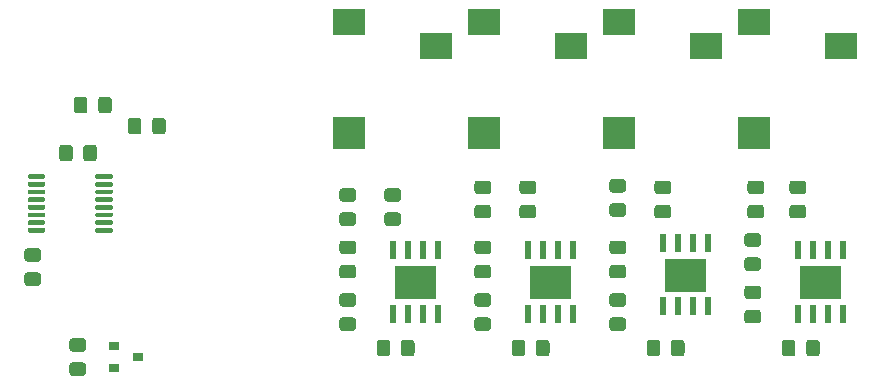
<source format=gbr>
%TF.GenerationSoftware,KiCad,Pcbnew,(5.1.6)-1*%
%TF.CreationDate,2020-09-27T21:03:48-07:00*%
%TF.ProjectId,piezodriver,7069657a-6f64-4726-9976-65722e6b6963,rev?*%
%TF.SameCoordinates,Original*%
%TF.FileFunction,Paste,Top*%
%TF.FilePolarity,Positive*%
%FSLAX46Y46*%
G04 Gerber Fmt 4.6, Leading zero omitted, Abs format (unit mm)*
G04 Created by KiCad (PCBNEW (5.1.6)-1) date 2020-09-27 21:03:48*
%MOMM*%
%LPD*%
G01*
G04 APERTURE LIST*
%ADD10C,0.010000*%
%ADD11R,0.900000X0.800000*%
%ADD12R,2.800000X2.800000*%
%ADD13R,2.800000X2.200000*%
%ADD14R,0.600000X1.550000*%
G04 APERTURE END LIST*
D10*
%TO.C,U6*%
G36*
X244045000Y-81365000D02*
G01*
X244045000Y-78655000D01*
X247445000Y-78655000D01*
X247445000Y-81365000D01*
X244045000Y-81365000D01*
G37*
X244045000Y-81365000D02*
X244045000Y-78655000D01*
X247445000Y-78655000D01*
X247445000Y-81365000D01*
X244045000Y-81365000D01*
%TO.C,U5*%
G36*
X232615000Y-80730000D02*
G01*
X232615000Y-78020000D01*
X236015000Y-78020000D01*
X236015000Y-80730000D01*
X232615000Y-80730000D01*
G37*
X232615000Y-80730000D02*
X232615000Y-78020000D01*
X236015000Y-78020000D01*
X236015000Y-80730000D01*
X232615000Y-80730000D01*
%TO.C,U4*%
G36*
X221185000Y-81365000D02*
G01*
X221185000Y-78655000D01*
X224585000Y-78655000D01*
X224585000Y-81365000D01*
X221185000Y-81365000D01*
G37*
X221185000Y-81365000D02*
X221185000Y-78655000D01*
X224585000Y-78655000D01*
X224585000Y-81365000D01*
X221185000Y-81365000D01*
%TO.C,U3*%
G36*
X209755000Y-81365000D02*
G01*
X209755000Y-78655000D01*
X213155000Y-78655000D01*
X213155000Y-81365000D01*
X209755000Y-81365000D01*
G37*
X209755000Y-81365000D02*
X209755000Y-78655000D01*
X213155000Y-78655000D01*
X213155000Y-81365000D01*
X209755000Y-81365000D01*
%TD*%
%TO.C,R2*%
G36*
G01*
X210245000Y-86048001D02*
X210245000Y-85147999D01*
G75*
G02*
X210494999Y-84898000I249999J0D01*
G01*
X211145001Y-84898000D01*
G75*
G02*
X211395000Y-85147999I0J-249999D01*
G01*
X211395000Y-86048001D01*
G75*
G02*
X211145001Y-86298000I-249999J0D01*
G01*
X210494999Y-86298000D01*
G75*
G02*
X210245000Y-86048001I0J249999D01*
G01*
G37*
G36*
G01*
X208195000Y-86048001D02*
X208195000Y-85147999D01*
G75*
G02*
X208444999Y-84898000I249999J0D01*
G01*
X209095001Y-84898000D01*
G75*
G02*
X209345000Y-85147999I0J-249999D01*
G01*
X209345000Y-86048001D01*
G75*
G02*
X209095001Y-86298000I-249999J0D01*
G01*
X208444999Y-86298000D01*
G75*
G02*
X208195000Y-86048001I0J249999D01*
G01*
G37*
%TD*%
%TO.C,U1*%
G36*
G01*
X184372620Y-71175000D02*
X184372620Y-70975000D01*
G75*
G02*
X184472620Y-70875000I100000J0D01*
G01*
X185747620Y-70875000D01*
G75*
G02*
X185847620Y-70975000I0J-100000D01*
G01*
X185847620Y-71175000D01*
G75*
G02*
X185747620Y-71275000I-100000J0D01*
G01*
X184472620Y-71275000D01*
G75*
G02*
X184372620Y-71175000I0J100000D01*
G01*
G37*
G36*
G01*
X184372620Y-71825000D02*
X184372620Y-71625000D01*
G75*
G02*
X184472620Y-71525000I100000J0D01*
G01*
X185747620Y-71525000D01*
G75*
G02*
X185847620Y-71625000I0J-100000D01*
G01*
X185847620Y-71825000D01*
G75*
G02*
X185747620Y-71925000I-100000J0D01*
G01*
X184472620Y-71925000D01*
G75*
G02*
X184372620Y-71825000I0J100000D01*
G01*
G37*
G36*
G01*
X184372620Y-72475000D02*
X184372620Y-72275000D01*
G75*
G02*
X184472620Y-72175000I100000J0D01*
G01*
X185747620Y-72175000D01*
G75*
G02*
X185847620Y-72275000I0J-100000D01*
G01*
X185847620Y-72475000D01*
G75*
G02*
X185747620Y-72575000I-100000J0D01*
G01*
X184472620Y-72575000D01*
G75*
G02*
X184372620Y-72475000I0J100000D01*
G01*
G37*
G36*
G01*
X184372620Y-73125000D02*
X184372620Y-72925000D01*
G75*
G02*
X184472620Y-72825000I100000J0D01*
G01*
X185747620Y-72825000D01*
G75*
G02*
X185847620Y-72925000I0J-100000D01*
G01*
X185847620Y-73125000D01*
G75*
G02*
X185747620Y-73225000I-100000J0D01*
G01*
X184472620Y-73225000D01*
G75*
G02*
X184372620Y-73125000I0J100000D01*
G01*
G37*
G36*
G01*
X184372620Y-73775000D02*
X184372620Y-73575000D01*
G75*
G02*
X184472620Y-73475000I100000J0D01*
G01*
X185747620Y-73475000D01*
G75*
G02*
X185847620Y-73575000I0J-100000D01*
G01*
X185847620Y-73775000D01*
G75*
G02*
X185747620Y-73875000I-100000J0D01*
G01*
X184472620Y-73875000D01*
G75*
G02*
X184372620Y-73775000I0J100000D01*
G01*
G37*
G36*
G01*
X184372620Y-74425000D02*
X184372620Y-74225000D01*
G75*
G02*
X184472620Y-74125000I100000J0D01*
G01*
X185747620Y-74125000D01*
G75*
G02*
X185847620Y-74225000I0J-100000D01*
G01*
X185847620Y-74425000D01*
G75*
G02*
X185747620Y-74525000I-100000J0D01*
G01*
X184472620Y-74525000D01*
G75*
G02*
X184372620Y-74425000I0J100000D01*
G01*
G37*
G36*
G01*
X184372620Y-75075000D02*
X184372620Y-74875000D01*
G75*
G02*
X184472620Y-74775000I100000J0D01*
G01*
X185747620Y-74775000D01*
G75*
G02*
X185847620Y-74875000I0J-100000D01*
G01*
X185847620Y-75075000D01*
G75*
G02*
X185747620Y-75175000I-100000J0D01*
G01*
X184472620Y-75175000D01*
G75*
G02*
X184372620Y-75075000I0J100000D01*
G01*
G37*
G36*
G01*
X184372620Y-75725000D02*
X184372620Y-75525000D01*
G75*
G02*
X184472620Y-75425000I100000J0D01*
G01*
X185747620Y-75425000D01*
G75*
G02*
X185847620Y-75525000I0J-100000D01*
G01*
X185847620Y-75725000D01*
G75*
G02*
X185747620Y-75825000I-100000J0D01*
G01*
X184472620Y-75825000D01*
G75*
G02*
X184372620Y-75725000I0J100000D01*
G01*
G37*
G36*
G01*
X178647620Y-75725000D02*
X178647620Y-75525000D01*
G75*
G02*
X178747620Y-75425000I100000J0D01*
G01*
X180022620Y-75425000D01*
G75*
G02*
X180122620Y-75525000I0J-100000D01*
G01*
X180122620Y-75725000D01*
G75*
G02*
X180022620Y-75825000I-100000J0D01*
G01*
X178747620Y-75825000D01*
G75*
G02*
X178647620Y-75725000I0J100000D01*
G01*
G37*
G36*
G01*
X178647620Y-75075000D02*
X178647620Y-74875000D01*
G75*
G02*
X178747620Y-74775000I100000J0D01*
G01*
X180022620Y-74775000D01*
G75*
G02*
X180122620Y-74875000I0J-100000D01*
G01*
X180122620Y-75075000D01*
G75*
G02*
X180022620Y-75175000I-100000J0D01*
G01*
X178747620Y-75175000D01*
G75*
G02*
X178647620Y-75075000I0J100000D01*
G01*
G37*
G36*
G01*
X178647620Y-74425000D02*
X178647620Y-74225000D01*
G75*
G02*
X178747620Y-74125000I100000J0D01*
G01*
X180022620Y-74125000D01*
G75*
G02*
X180122620Y-74225000I0J-100000D01*
G01*
X180122620Y-74425000D01*
G75*
G02*
X180022620Y-74525000I-100000J0D01*
G01*
X178747620Y-74525000D01*
G75*
G02*
X178647620Y-74425000I0J100000D01*
G01*
G37*
G36*
G01*
X178647620Y-73775000D02*
X178647620Y-73575000D01*
G75*
G02*
X178747620Y-73475000I100000J0D01*
G01*
X180022620Y-73475000D01*
G75*
G02*
X180122620Y-73575000I0J-100000D01*
G01*
X180122620Y-73775000D01*
G75*
G02*
X180022620Y-73875000I-100000J0D01*
G01*
X178747620Y-73875000D01*
G75*
G02*
X178647620Y-73775000I0J100000D01*
G01*
G37*
G36*
G01*
X178647620Y-73125000D02*
X178647620Y-72925000D01*
G75*
G02*
X178747620Y-72825000I100000J0D01*
G01*
X180022620Y-72825000D01*
G75*
G02*
X180122620Y-72925000I0J-100000D01*
G01*
X180122620Y-73125000D01*
G75*
G02*
X180022620Y-73225000I-100000J0D01*
G01*
X178747620Y-73225000D01*
G75*
G02*
X178647620Y-73125000I0J100000D01*
G01*
G37*
G36*
G01*
X178647620Y-72475000D02*
X178647620Y-72275000D01*
G75*
G02*
X178747620Y-72175000I100000J0D01*
G01*
X180022620Y-72175000D01*
G75*
G02*
X180122620Y-72275000I0J-100000D01*
G01*
X180122620Y-72475000D01*
G75*
G02*
X180022620Y-72575000I-100000J0D01*
G01*
X178747620Y-72575000D01*
G75*
G02*
X178647620Y-72475000I0J100000D01*
G01*
G37*
G36*
G01*
X178647620Y-71825000D02*
X178647620Y-71625000D01*
G75*
G02*
X178747620Y-71525000I100000J0D01*
G01*
X180022620Y-71525000D01*
G75*
G02*
X180122620Y-71625000I0J-100000D01*
G01*
X180122620Y-71825000D01*
G75*
G02*
X180022620Y-71925000I-100000J0D01*
G01*
X178747620Y-71925000D01*
G75*
G02*
X178647620Y-71825000I0J100000D01*
G01*
G37*
G36*
G01*
X178647620Y-71175000D02*
X178647620Y-70975000D01*
G75*
G02*
X178747620Y-70875000I100000J0D01*
G01*
X180022620Y-70875000D01*
G75*
G02*
X180122620Y-70975000I0J-100000D01*
G01*
X180122620Y-71175000D01*
G75*
G02*
X180022620Y-71275000I-100000J0D01*
G01*
X178747620Y-71275000D01*
G75*
G02*
X178647620Y-71175000I0J100000D01*
G01*
G37*
%TD*%
D11*
%TO.C,U2*%
X187960000Y-86360000D03*
X185960000Y-87310000D03*
X185960000Y-85410000D03*
%TD*%
%TO.C,R21*%
G36*
G01*
X183355400Y-69538001D02*
X183355400Y-68637999D01*
G75*
G02*
X183605399Y-68388000I249999J0D01*
G01*
X184255401Y-68388000D01*
G75*
G02*
X184505400Y-68637999I0J-249999D01*
G01*
X184505400Y-69538001D01*
G75*
G02*
X184255401Y-69788000I-249999J0D01*
G01*
X183605399Y-69788000D01*
G75*
G02*
X183355400Y-69538001I0J249999D01*
G01*
G37*
G36*
G01*
X181305400Y-69538001D02*
X181305400Y-68637999D01*
G75*
G02*
X181555399Y-68388000I249999J0D01*
G01*
X182205401Y-68388000D01*
G75*
G02*
X182455400Y-68637999I0J-249999D01*
G01*
X182455400Y-69538001D01*
G75*
G02*
X182205401Y-69788000I-249999J0D01*
G01*
X181555399Y-69788000D01*
G75*
G02*
X181305400Y-69538001I0J249999D01*
G01*
G37*
%TD*%
%TO.C,C8*%
G36*
G01*
X183330001Y-85910000D02*
X182429999Y-85910000D01*
G75*
G02*
X182180000Y-85660001I0J249999D01*
G01*
X182180000Y-85009999D01*
G75*
G02*
X182429999Y-84760000I249999J0D01*
G01*
X183330001Y-84760000D01*
G75*
G02*
X183580000Y-85009999I0J-249999D01*
G01*
X183580000Y-85660001D01*
G75*
G02*
X183330001Y-85910000I-249999J0D01*
G01*
G37*
G36*
G01*
X183330001Y-87960000D02*
X182429999Y-87960000D01*
G75*
G02*
X182180000Y-87710001I0J249999D01*
G01*
X182180000Y-87059999D01*
G75*
G02*
X182429999Y-86810000I249999J0D01*
G01*
X183330001Y-86810000D01*
G75*
G02*
X183580000Y-87059999I0J-249999D01*
G01*
X183580000Y-87710001D01*
G75*
G02*
X183330001Y-87960000I-249999J0D01*
G01*
G37*
%TD*%
D12*
%TO.C,J8*%
X205850000Y-67395000D03*
D13*
X205850000Y-57995000D03*
X213250000Y-59995000D03*
%TD*%
D12*
%TO.C,J7*%
X240140000Y-67395000D03*
D13*
X240140000Y-57995000D03*
X247540000Y-59995000D03*
%TD*%
D12*
%TO.C,J6*%
X228710000Y-67395000D03*
D13*
X228710000Y-57995000D03*
X236110000Y-59995000D03*
%TD*%
D12*
%TO.C,J5*%
X217280000Y-67395000D03*
D13*
X217280000Y-57995000D03*
X224680000Y-59995000D03*
%TD*%
D14*
%TO.C,U6*%
X243840000Y-77310000D03*
X245110000Y-77310000D03*
X246380000Y-77310000D03*
X247650000Y-77310000D03*
X247650000Y-82710000D03*
X246380000Y-82710000D03*
X245110000Y-82710000D03*
X243840000Y-82710000D03*
%TD*%
%TO.C,U5*%
X232410000Y-76675000D03*
X233680000Y-76675000D03*
X234950000Y-76675000D03*
X236220000Y-76675000D03*
X236220000Y-82075000D03*
X234950000Y-82075000D03*
X233680000Y-82075000D03*
X232410000Y-82075000D03*
%TD*%
%TO.C,U4*%
X220980000Y-77310000D03*
X222250000Y-77310000D03*
X223520000Y-77310000D03*
X224790000Y-77310000D03*
X224790000Y-82710000D03*
X223520000Y-82710000D03*
X222250000Y-82710000D03*
X220980000Y-82710000D03*
%TD*%
%TO.C,U3*%
X209550000Y-77310000D03*
X210820000Y-77310000D03*
X212090000Y-77310000D03*
X213360000Y-77310000D03*
X213360000Y-82710000D03*
X212090000Y-82710000D03*
X210820000Y-82710000D03*
X209550000Y-82710000D03*
%TD*%
%TO.C,R19*%
G36*
G01*
X239833999Y-73475000D02*
X240734001Y-73475000D01*
G75*
G02*
X240984000Y-73724999I0J-249999D01*
G01*
X240984000Y-74375001D01*
G75*
G02*
X240734001Y-74625000I-249999J0D01*
G01*
X239833999Y-74625000D01*
G75*
G02*
X239584000Y-74375001I0J249999D01*
G01*
X239584000Y-73724999D01*
G75*
G02*
X239833999Y-73475000I249999J0D01*
G01*
G37*
G36*
G01*
X239833999Y-71425000D02*
X240734001Y-71425000D01*
G75*
G02*
X240984000Y-71674999I0J-249999D01*
G01*
X240984000Y-72325001D01*
G75*
G02*
X240734001Y-72575000I-249999J0D01*
G01*
X239833999Y-72575000D01*
G75*
G02*
X239584000Y-72325001I0J249999D01*
G01*
X239584000Y-71674999D01*
G75*
G02*
X239833999Y-71425000I249999J0D01*
G01*
G37*
%TD*%
%TO.C,R18*%
G36*
G01*
X239579999Y-82365000D02*
X240480001Y-82365000D01*
G75*
G02*
X240730000Y-82614999I0J-249999D01*
G01*
X240730000Y-83265001D01*
G75*
G02*
X240480001Y-83515000I-249999J0D01*
G01*
X239579999Y-83515000D01*
G75*
G02*
X239330000Y-83265001I0J249999D01*
G01*
X239330000Y-82614999D01*
G75*
G02*
X239579999Y-82365000I249999J0D01*
G01*
G37*
G36*
G01*
X239579999Y-80315000D02*
X240480001Y-80315000D01*
G75*
G02*
X240730000Y-80564999I0J-249999D01*
G01*
X240730000Y-81215001D01*
G75*
G02*
X240480001Y-81465000I-249999J0D01*
G01*
X239579999Y-81465000D01*
G75*
G02*
X239330000Y-81215001I0J249999D01*
G01*
X239330000Y-80564999D01*
G75*
G02*
X239579999Y-80315000I249999J0D01*
G01*
G37*
%TD*%
%TO.C,R17*%
G36*
G01*
X244544000Y-86048001D02*
X244544000Y-85147999D01*
G75*
G02*
X244793999Y-84898000I249999J0D01*
G01*
X245444001Y-84898000D01*
G75*
G02*
X245694000Y-85147999I0J-249999D01*
G01*
X245694000Y-86048001D01*
G75*
G02*
X245444001Y-86298000I-249999J0D01*
G01*
X244793999Y-86298000D01*
G75*
G02*
X244544000Y-86048001I0J249999D01*
G01*
G37*
G36*
G01*
X242494000Y-86048001D02*
X242494000Y-85147999D01*
G75*
G02*
X242743999Y-84898000I249999J0D01*
G01*
X243394001Y-84898000D01*
G75*
G02*
X243644000Y-85147999I0J-249999D01*
G01*
X243644000Y-86048001D01*
G75*
G02*
X243394001Y-86298000I-249999J0D01*
G01*
X242743999Y-86298000D01*
G75*
G02*
X242494000Y-86048001I0J249999D01*
G01*
G37*
%TD*%
%TO.C,R16*%
G36*
G01*
X240480001Y-77020000D02*
X239579999Y-77020000D01*
G75*
G02*
X239330000Y-76770001I0J249999D01*
G01*
X239330000Y-76119999D01*
G75*
G02*
X239579999Y-75870000I249999J0D01*
G01*
X240480001Y-75870000D01*
G75*
G02*
X240730000Y-76119999I0J-249999D01*
G01*
X240730000Y-76770001D01*
G75*
G02*
X240480001Y-77020000I-249999J0D01*
G01*
G37*
G36*
G01*
X240480001Y-79070000D02*
X239579999Y-79070000D01*
G75*
G02*
X239330000Y-78820001I0J249999D01*
G01*
X239330000Y-78169999D01*
G75*
G02*
X239579999Y-77920000I249999J0D01*
G01*
X240480001Y-77920000D01*
G75*
G02*
X240730000Y-78169999I0J-249999D01*
G01*
X240730000Y-78820001D01*
G75*
G02*
X240480001Y-79070000I-249999J0D01*
G01*
G37*
%TD*%
%TO.C,R14*%
G36*
G01*
X228149999Y-73339000D02*
X229050001Y-73339000D01*
G75*
G02*
X229300000Y-73588999I0J-249999D01*
G01*
X229300000Y-74239001D01*
G75*
G02*
X229050001Y-74489000I-249999J0D01*
G01*
X228149999Y-74489000D01*
G75*
G02*
X227900000Y-74239001I0J249999D01*
G01*
X227900000Y-73588999D01*
G75*
G02*
X228149999Y-73339000I249999J0D01*
G01*
G37*
G36*
G01*
X228149999Y-71289000D02*
X229050001Y-71289000D01*
G75*
G02*
X229300000Y-71538999I0J-249999D01*
G01*
X229300000Y-72189001D01*
G75*
G02*
X229050001Y-72439000I-249999J0D01*
G01*
X228149999Y-72439000D01*
G75*
G02*
X227900000Y-72189001I0J249999D01*
G01*
X227900000Y-71538999D01*
G75*
G02*
X228149999Y-71289000I249999J0D01*
G01*
G37*
%TD*%
%TO.C,R13*%
G36*
G01*
X228149999Y-83000000D02*
X229050001Y-83000000D01*
G75*
G02*
X229300000Y-83249999I0J-249999D01*
G01*
X229300000Y-83900001D01*
G75*
G02*
X229050001Y-84150000I-249999J0D01*
G01*
X228149999Y-84150000D01*
G75*
G02*
X227900000Y-83900001I0J249999D01*
G01*
X227900000Y-83249999D01*
G75*
G02*
X228149999Y-83000000I249999J0D01*
G01*
G37*
G36*
G01*
X228149999Y-80950000D02*
X229050001Y-80950000D01*
G75*
G02*
X229300000Y-81199999I0J-249999D01*
G01*
X229300000Y-81850001D01*
G75*
G02*
X229050001Y-82100000I-249999J0D01*
G01*
X228149999Y-82100000D01*
G75*
G02*
X227900000Y-81850001I0J249999D01*
G01*
X227900000Y-81199999D01*
G75*
G02*
X228149999Y-80950000I249999J0D01*
G01*
G37*
%TD*%
%TO.C,R12*%
G36*
G01*
X233105000Y-86048001D02*
X233105000Y-85147999D01*
G75*
G02*
X233354999Y-84898000I249999J0D01*
G01*
X234005001Y-84898000D01*
G75*
G02*
X234255000Y-85147999I0J-249999D01*
G01*
X234255000Y-86048001D01*
G75*
G02*
X234005001Y-86298000I-249999J0D01*
G01*
X233354999Y-86298000D01*
G75*
G02*
X233105000Y-86048001I0J249999D01*
G01*
G37*
G36*
G01*
X231055000Y-86048001D02*
X231055000Y-85147999D01*
G75*
G02*
X231304999Y-84898000I249999J0D01*
G01*
X231955001Y-84898000D01*
G75*
G02*
X232205000Y-85147999I0J-249999D01*
G01*
X232205000Y-86048001D01*
G75*
G02*
X231955001Y-86298000I-249999J0D01*
G01*
X231304999Y-86298000D01*
G75*
G02*
X231055000Y-86048001I0J249999D01*
G01*
G37*
%TD*%
%TO.C,R11*%
G36*
G01*
X229050001Y-77655000D02*
X228149999Y-77655000D01*
G75*
G02*
X227900000Y-77405001I0J249999D01*
G01*
X227900000Y-76754999D01*
G75*
G02*
X228149999Y-76505000I249999J0D01*
G01*
X229050001Y-76505000D01*
G75*
G02*
X229300000Y-76754999I0J-249999D01*
G01*
X229300000Y-77405001D01*
G75*
G02*
X229050001Y-77655000I-249999J0D01*
G01*
G37*
G36*
G01*
X229050001Y-79705000D02*
X228149999Y-79705000D01*
G75*
G02*
X227900000Y-79455001I0J249999D01*
G01*
X227900000Y-78804999D01*
G75*
G02*
X228149999Y-78555000I249999J0D01*
G01*
X229050001Y-78555000D01*
G75*
G02*
X229300000Y-78804999I0J-249999D01*
G01*
X229300000Y-79455001D01*
G75*
G02*
X229050001Y-79705000I-249999J0D01*
G01*
G37*
%TD*%
%TO.C,R9*%
G36*
G01*
X216719999Y-73475000D02*
X217620001Y-73475000D01*
G75*
G02*
X217870000Y-73724999I0J-249999D01*
G01*
X217870000Y-74375001D01*
G75*
G02*
X217620001Y-74625000I-249999J0D01*
G01*
X216719999Y-74625000D01*
G75*
G02*
X216470000Y-74375001I0J249999D01*
G01*
X216470000Y-73724999D01*
G75*
G02*
X216719999Y-73475000I249999J0D01*
G01*
G37*
G36*
G01*
X216719999Y-71425000D02*
X217620001Y-71425000D01*
G75*
G02*
X217870000Y-71674999I0J-249999D01*
G01*
X217870000Y-72325001D01*
G75*
G02*
X217620001Y-72575000I-249999J0D01*
G01*
X216719999Y-72575000D01*
G75*
G02*
X216470000Y-72325001I0J249999D01*
G01*
X216470000Y-71674999D01*
G75*
G02*
X216719999Y-71425000I249999J0D01*
G01*
G37*
%TD*%
%TO.C,R8*%
G36*
G01*
X216719999Y-83000000D02*
X217620001Y-83000000D01*
G75*
G02*
X217870000Y-83249999I0J-249999D01*
G01*
X217870000Y-83900001D01*
G75*
G02*
X217620001Y-84150000I-249999J0D01*
G01*
X216719999Y-84150000D01*
G75*
G02*
X216470000Y-83900001I0J249999D01*
G01*
X216470000Y-83249999D01*
G75*
G02*
X216719999Y-83000000I249999J0D01*
G01*
G37*
G36*
G01*
X216719999Y-80950000D02*
X217620001Y-80950000D01*
G75*
G02*
X217870000Y-81199999I0J-249999D01*
G01*
X217870000Y-81850001D01*
G75*
G02*
X217620001Y-82100000I-249999J0D01*
G01*
X216719999Y-82100000D01*
G75*
G02*
X216470000Y-81850001I0J249999D01*
G01*
X216470000Y-81199999D01*
G75*
G02*
X216719999Y-80950000I249999J0D01*
G01*
G37*
%TD*%
%TO.C,R7*%
G36*
G01*
X221675000Y-86048001D02*
X221675000Y-85147999D01*
G75*
G02*
X221924999Y-84898000I249999J0D01*
G01*
X222575001Y-84898000D01*
G75*
G02*
X222825000Y-85147999I0J-249999D01*
G01*
X222825000Y-86048001D01*
G75*
G02*
X222575001Y-86298000I-249999J0D01*
G01*
X221924999Y-86298000D01*
G75*
G02*
X221675000Y-86048001I0J249999D01*
G01*
G37*
G36*
G01*
X219625000Y-86048001D02*
X219625000Y-85147999D01*
G75*
G02*
X219874999Y-84898000I249999J0D01*
G01*
X220525001Y-84898000D01*
G75*
G02*
X220775000Y-85147999I0J-249999D01*
G01*
X220775000Y-86048001D01*
G75*
G02*
X220525001Y-86298000I-249999J0D01*
G01*
X219874999Y-86298000D01*
G75*
G02*
X219625000Y-86048001I0J249999D01*
G01*
G37*
%TD*%
%TO.C,R6*%
G36*
G01*
X217620001Y-77655000D02*
X216719999Y-77655000D01*
G75*
G02*
X216470000Y-77405001I0J249999D01*
G01*
X216470000Y-76754999D01*
G75*
G02*
X216719999Y-76505000I249999J0D01*
G01*
X217620001Y-76505000D01*
G75*
G02*
X217870000Y-76754999I0J-249999D01*
G01*
X217870000Y-77405001D01*
G75*
G02*
X217620001Y-77655000I-249999J0D01*
G01*
G37*
G36*
G01*
X217620001Y-79705000D02*
X216719999Y-79705000D01*
G75*
G02*
X216470000Y-79455001I0J249999D01*
G01*
X216470000Y-78804999D01*
G75*
G02*
X216719999Y-78555000I249999J0D01*
G01*
X217620001Y-78555000D01*
G75*
G02*
X217870000Y-78804999I0J-249999D01*
G01*
X217870000Y-79455001D01*
G75*
G02*
X217620001Y-79705000I-249999J0D01*
G01*
G37*
%TD*%
%TO.C,R4*%
G36*
G01*
X205289999Y-74110000D02*
X206190001Y-74110000D01*
G75*
G02*
X206440000Y-74359999I0J-249999D01*
G01*
X206440000Y-75010001D01*
G75*
G02*
X206190001Y-75260000I-249999J0D01*
G01*
X205289999Y-75260000D01*
G75*
G02*
X205040000Y-75010001I0J249999D01*
G01*
X205040000Y-74359999D01*
G75*
G02*
X205289999Y-74110000I249999J0D01*
G01*
G37*
G36*
G01*
X205289999Y-72060000D02*
X206190001Y-72060000D01*
G75*
G02*
X206440000Y-72309999I0J-249999D01*
G01*
X206440000Y-72960001D01*
G75*
G02*
X206190001Y-73210000I-249999J0D01*
G01*
X205289999Y-73210000D01*
G75*
G02*
X205040000Y-72960001I0J249999D01*
G01*
X205040000Y-72309999D01*
G75*
G02*
X205289999Y-72060000I249999J0D01*
G01*
G37*
%TD*%
%TO.C,R3*%
G36*
G01*
X205289999Y-83000000D02*
X206190001Y-83000000D01*
G75*
G02*
X206440000Y-83249999I0J-249999D01*
G01*
X206440000Y-83900001D01*
G75*
G02*
X206190001Y-84150000I-249999J0D01*
G01*
X205289999Y-84150000D01*
G75*
G02*
X205040000Y-83900001I0J249999D01*
G01*
X205040000Y-83249999D01*
G75*
G02*
X205289999Y-83000000I249999J0D01*
G01*
G37*
G36*
G01*
X205289999Y-80950000D02*
X206190001Y-80950000D01*
G75*
G02*
X206440000Y-81199999I0J-249999D01*
G01*
X206440000Y-81850001D01*
G75*
G02*
X206190001Y-82100000I-249999J0D01*
G01*
X205289999Y-82100000D01*
G75*
G02*
X205040000Y-81850001I0J249999D01*
G01*
X205040000Y-81199999D01*
G75*
G02*
X205289999Y-80950000I249999J0D01*
G01*
G37*
%TD*%
%TO.C,R1*%
G36*
G01*
X206190001Y-77655000D02*
X205289999Y-77655000D01*
G75*
G02*
X205040000Y-77405001I0J249999D01*
G01*
X205040000Y-76754999D01*
G75*
G02*
X205289999Y-76505000I249999J0D01*
G01*
X206190001Y-76505000D01*
G75*
G02*
X206440000Y-76754999I0J-249999D01*
G01*
X206440000Y-77405001D01*
G75*
G02*
X206190001Y-77655000I-249999J0D01*
G01*
G37*
G36*
G01*
X206190001Y-79705000D02*
X205289999Y-79705000D01*
G75*
G02*
X205040000Y-79455001I0J249999D01*
G01*
X205040000Y-78804999D01*
G75*
G02*
X205289999Y-78555000I249999J0D01*
G01*
X206190001Y-78555000D01*
G75*
G02*
X206440000Y-78804999I0J-249999D01*
G01*
X206440000Y-79455001D01*
G75*
G02*
X206190001Y-79705000I-249999J0D01*
G01*
G37*
%TD*%
%TO.C,C7*%
G36*
G01*
X243389999Y-73475000D02*
X244290001Y-73475000D01*
G75*
G02*
X244540000Y-73724999I0J-249999D01*
G01*
X244540000Y-74375001D01*
G75*
G02*
X244290001Y-74625000I-249999J0D01*
G01*
X243389999Y-74625000D01*
G75*
G02*
X243140000Y-74375001I0J249999D01*
G01*
X243140000Y-73724999D01*
G75*
G02*
X243389999Y-73475000I249999J0D01*
G01*
G37*
G36*
G01*
X243389999Y-71425000D02*
X244290001Y-71425000D01*
G75*
G02*
X244540000Y-71674999I0J-249999D01*
G01*
X244540000Y-72325001D01*
G75*
G02*
X244290001Y-72575000I-249999J0D01*
G01*
X243389999Y-72575000D01*
G75*
G02*
X243140000Y-72325001I0J249999D01*
G01*
X243140000Y-71674999D01*
G75*
G02*
X243389999Y-71425000I249999J0D01*
G01*
G37*
%TD*%
%TO.C,C6*%
G36*
G01*
X231959999Y-73475000D02*
X232860001Y-73475000D01*
G75*
G02*
X233110000Y-73724999I0J-249999D01*
G01*
X233110000Y-74375001D01*
G75*
G02*
X232860001Y-74625000I-249999J0D01*
G01*
X231959999Y-74625000D01*
G75*
G02*
X231710000Y-74375001I0J249999D01*
G01*
X231710000Y-73724999D01*
G75*
G02*
X231959999Y-73475000I249999J0D01*
G01*
G37*
G36*
G01*
X231959999Y-71425000D02*
X232860001Y-71425000D01*
G75*
G02*
X233110000Y-71674999I0J-249999D01*
G01*
X233110000Y-72325001D01*
G75*
G02*
X232860001Y-72575000I-249999J0D01*
G01*
X231959999Y-72575000D01*
G75*
G02*
X231710000Y-72325001I0J249999D01*
G01*
X231710000Y-71674999D01*
G75*
G02*
X231959999Y-71425000I249999J0D01*
G01*
G37*
%TD*%
%TO.C,C5*%
G36*
G01*
X220529999Y-73475000D02*
X221430001Y-73475000D01*
G75*
G02*
X221680000Y-73724999I0J-249999D01*
G01*
X221680000Y-74375001D01*
G75*
G02*
X221430001Y-74625000I-249999J0D01*
G01*
X220529999Y-74625000D01*
G75*
G02*
X220280000Y-74375001I0J249999D01*
G01*
X220280000Y-73724999D01*
G75*
G02*
X220529999Y-73475000I249999J0D01*
G01*
G37*
G36*
G01*
X220529999Y-71425000D02*
X221430001Y-71425000D01*
G75*
G02*
X221680000Y-71674999I0J-249999D01*
G01*
X221680000Y-72325001D01*
G75*
G02*
X221430001Y-72575000I-249999J0D01*
G01*
X220529999Y-72575000D01*
G75*
G02*
X220280000Y-72325001I0J249999D01*
G01*
X220280000Y-71674999D01*
G75*
G02*
X220529999Y-71425000I249999J0D01*
G01*
G37*
%TD*%
%TO.C,C4*%
G36*
G01*
X209099999Y-74110000D02*
X210000001Y-74110000D01*
G75*
G02*
X210250000Y-74359999I0J-249999D01*
G01*
X210250000Y-75010001D01*
G75*
G02*
X210000001Y-75260000I-249999J0D01*
G01*
X209099999Y-75260000D01*
G75*
G02*
X208850000Y-75010001I0J249999D01*
G01*
X208850000Y-74359999D01*
G75*
G02*
X209099999Y-74110000I249999J0D01*
G01*
G37*
G36*
G01*
X209099999Y-72060000D02*
X210000001Y-72060000D01*
G75*
G02*
X210250000Y-72309999I0J-249999D01*
G01*
X210250000Y-72960001D01*
G75*
G02*
X210000001Y-73210000I-249999J0D01*
G01*
X209099999Y-73210000D01*
G75*
G02*
X208850000Y-72960001I0J249999D01*
G01*
X208850000Y-72309999D01*
G75*
G02*
X209099999Y-72060000I249999J0D01*
G01*
G37*
%TD*%
%TO.C,C3*%
G36*
G01*
X178619999Y-79190000D02*
X179520001Y-79190000D01*
G75*
G02*
X179770000Y-79439999I0J-249999D01*
G01*
X179770000Y-80090001D01*
G75*
G02*
X179520001Y-80340000I-249999J0D01*
G01*
X178619999Y-80340000D01*
G75*
G02*
X178370000Y-80090001I0J249999D01*
G01*
X178370000Y-79439999D01*
G75*
G02*
X178619999Y-79190000I249999J0D01*
G01*
G37*
G36*
G01*
X178619999Y-77140000D02*
X179520001Y-77140000D01*
G75*
G02*
X179770000Y-77389999I0J-249999D01*
G01*
X179770000Y-78040001D01*
G75*
G02*
X179520001Y-78290000I-249999J0D01*
G01*
X178619999Y-78290000D01*
G75*
G02*
X178370000Y-78040001I0J249999D01*
G01*
X178370000Y-77389999D01*
G75*
G02*
X178619999Y-77140000I249999J0D01*
G01*
G37*
%TD*%
%TO.C,C2*%
G36*
G01*
X188272000Y-66351999D02*
X188272000Y-67252001D01*
G75*
G02*
X188022001Y-67502000I-249999J0D01*
G01*
X187371999Y-67502000D01*
G75*
G02*
X187122000Y-67252001I0J249999D01*
G01*
X187122000Y-66351999D01*
G75*
G02*
X187371999Y-66102000I249999J0D01*
G01*
X188022001Y-66102000D01*
G75*
G02*
X188272000Y-66351999I0J-249999D01*
G01*
G37*
G36*
G01*
X190322000Y-66351999D02*
X190322000Y-67252001D01*
G75*
G02*
X190072001Y-67502000I-249999J0D01*
G01*
X189421999Y-67502000D01*
G75*
G02*
X189172000Y-67252001I0J249999D01*
G01*
X189172000Y-66351999D01*
G75*
G02*
X189421999Y-66102000I249999J0D01*
G01*
X190072001Y-66102000D01*
G75*
G02*
X190322000Y-66351999I0J-249999D01*
G01*
G37*
%TD*%
%TO.C,C1*%
G36*
G01*
X184600000Y-65474001D02*
X184600000Y-64573999D01*
G75*
G02*
X184849999Y-64324000I249999J0D01*
G01*
X185500001Y-64324000D01*
G75*
G02*
X185750000Y-64573999I0J-249999D01*
G01*
X185750000Y-65474001D01*
G75*
G02*
X185500001Y-65724000I-249999J0D01*
G01*
X184849999Y-65724000D01*
G75*
G02*
X184600000Y-65474001I0J249999D01*
G01*
G37*
G36*
G01*
X182550000Y-65474001D02*
X182550000Y-64573999D01*
G75*
G02*
X182799999Y-64324000I249999J0D01*
G01*
X183450001Y-64324000D01*
G75*
G02*
X183700000Y-64573999I0J-249999D01*
G01*
X183700000Y-65474001D01*
G75*
G02*
X183450001Y-65724000I-249999J0D01*
G01*
X182799999Y-65724000D01*
G75*
G02*
X182550000Y-65474001I0J249999D01*
G01*
G37*
%TD*%
M02*

</source>
